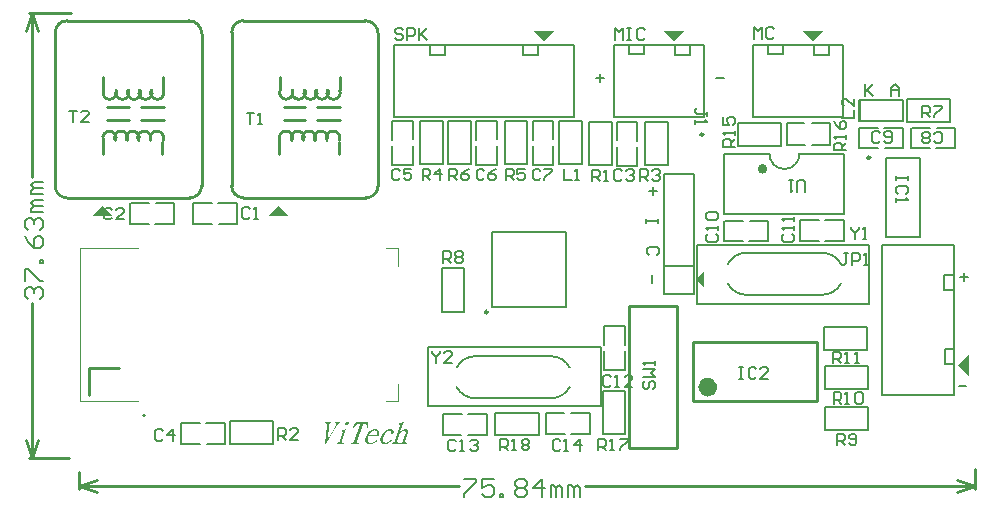
<source format=gto>
G04 Layer_Color=65535*
%FSTAX24Y24*%
%MOIN*%
G70*
G01*
G75*
%ADD11C,0.0150*%
%ADD41C,0.0100*%
%ADD42C,0.0079*%
%ADD43C,0.0050*%
%ADD44C,0.0070*%
%ADD45C,0.0394*%
%ADD46C,0.0098*%
%ADD47C,0.0039*%
%ADD48C,0.0059*%
%ADD49C,0.0060*%
%ADD50R,0.0100X0.0700*%
G36*
X036205Y031795D02*
X03622Y031792D01*
X036234Y031788D01*
X036245Y031784D01*
X036255Y03178D01*
X036262Y031777D01*
X036267Y031774D01*
X036269Y031773D01*
X036281Y031764D01*
X03629Y031754D01*
X036297Y031745D01*
X036302Y031738D01*
X036306Y031731D01*
X036308Y031725D01*
X036309Y031721D01*
Y03172D01*
X03631Y031709D01*
X036308Y031699D01*
X036306Y03169D01*
X036303Y031682D01*
X0363Y031675D01*
X036297Y03167D01*
X036295Y031667D01*
X036294Y031666D01*
X036285Y031658D01*
X036277Y031651D01*
X036268Y031646D01*
X036259Y031643D01*
X036251Y031641D01*
X036245Y031639D01*
X036241D01*
X036233Y03164D01*
X036226Y031641D01*
X03622Y031644D01*
X036216Y031647D01*
X036213Y031649D01*
X036211Y031652D01*
X036209Y031653D01*
Y031654D01*
X036207Y031657D01*
X036206Y03166D01*
X036204Y031668D01*
Y031672D01*
X036203Y031675D01*
Y031677D01*
Y031678D01*
X036202Y031697D01*
X0362Y031707D01*
X036197Y031716D01*
X036194Y031724D01*
X036191Y03173D01*
X036188Y031734D01*
X036186Y031738D01*
X036185Y031739D01*
X036184Y031739D01*
X03618Y031743D01*
X036174Y031746D01*
X036163Y03175D01*
X036158D01*
X036153Y031751D01*
X036149D01*
X03614Y03175D01*
X036132Y031749D01*
X036115Y031743D01*
X036098Y031736D01*
X036083Y031727D01*
X036071Y031717D01*
X036061Y031709D01*
X036057Y031706D01*
X036054Y031703D01*
X036053Y031702D01*
X036052Y031701D01*
X036031Y031677D01*
X036011Y031651D01*
X035996Y031625D01*
X035982Y0316D01*
X035976Y031589D01*
X035971Y031578D01*
X035967Y031569D01*
X035963Y031561D01*
X035961Y031554D01*
X035959Y031549D01*
X035958Y031546D01*
Y031545D01*
X035953Y031529D01*
X035948Y031513D01*
X035945Y031498D01*
X035942Y031485D01*
X03594Y031472D01*
X035938Y03146D01*
X035937Y03145D01*
X035936Y03144D01*
Y031431D01*
Y031423D01*
Y031417D01*
X035937Y031413D01*
Y031408D01*
X035938Y031405D01*
Y031404D01*
Y031403D01*
X035944Y031392D01*
X035951Y031383D01*
X035958Y031375D01*
X035965Y031369D01*
X035973Y031364D01*
X035981Y031359D01*
X035996Y031352D01*
X03601Y031347D01*
X036021Y031345D01*
X036026Y031344D01*
X036032D01*
X036043Y031345D01*
X036055Y031347D01*
X036067Y03135D01*
X036078Y031354D01*
X036086Y031357D01*
X036094Y03136D01*
X036098Y031362D01*
X0361Y031363D01*
X036117Y031372D01*
X036135Y031383D01*
X036153Y031395D01*
X036169Y031408D01*
X036184Y031419D01*
X036191Y031424D01*
X036196Y031428D01*
X036201Y031432D01*
X036203Y031435D01*
X036205Y031436D01*
X036206Y031437D01*
X036231Y031422D01*
X036207Y031399D01*
X036184Y031378D01*
X036163Y031362D01*
X036143Y031348D01*
X036126Y031336D01*
X03612Y031332D01*
X036114Y031329D01*
X036109Y031327D01*
X036105Y031325D01*
X036103Y031323D01*
X036102D01*
X036083Y03131D01*
X036064Y0313D01*
X036045Y031294D01*
X036029Y03129D01*
X036014Y031287D01*
X036008Y031286D01*
X036002D01*
X035999Y031285D01*
X035993D01*
X035977Y031286D01*
X035963Y031288D01*
X035951Y031292D01*
X035938Y031296D01*
X035927Y031301D01*
X035918Y031307D01*
X035908Y031314D01*
X0359Y031321D01*
X035893Y031328D01*
X035887Y031334D01*
X035878Y031345D01*
X035875Y03135D01*
X035873Y031354D01*
X035871Y031356D01*
Y031357D01*
X035865Y031371D01*
X03586Y031384D01*
X035856Y031399D01*
X035854Y031414D01*
X035853Y031428D01*
X035852Y031442D01*
X035854Y031468D01*
X035855Y03148D01*
X035857Y031492D01*
X035859Y031501D01*
X035861Y031509D01*
X035863Y031516D01*
X035865Y031522D01*
X035866Y031525D01*
Y031526D01*
X035874Y031547D01*
X035882Y031567D01*
X035893Y031586D01*
X035903Y031604D01*
X035915Y031621D01*
X035925Y031636D01*
X035936Y031651D01*
X035948Y031663D01*
X035958Y031675D01*
X035967Y031685D01*
X035976Y031694D01*
X035984Y031701D01*
X035991Y031706D01*
X035996Y031711D01*
X035999Y031713D01*
X036Y031714D01*
X036018Y031729D01*
X036037Y031741D01*
X036054Y031752D01*
X036072Y031762D01*
X036087Y03177D01*
X036104Y031777D01*
X036119Y031781D01*
X036132Y031786D01*
X036145Y031789D01*
X036156Y031792D01*
X036165Y031793D01*
X036174Y031795D01*
X036181D01*
X036186Y031796D01*
X03619D01*
X036205Y031795D01*
D02*
G37*
G36*
X035442Y031842D02*
X035406Y031831D01*
X035403Y031842D01*
X035401Y031855D01*
X035399Y031867D01*
X035398Y031878D01*
X035396Y031888D01*
X035395Y031897D01*
X035393Y031904D01*
X035391Y031917D01*
X03539Y031926D01*
X035388Y031932D01*
X035387Y031936D01*
Y031937D01*
X035383Y031944D01*
X035378Y031951D01*
X035369Y031963D01*
X03536Y031971D01*
X035351Y031976D01*
X035345Y03198D01*
X035339Y031981D01*
X035334Y031982D01*
X035321D01*
X03531Y031981D01*
X035303Y031979D01*
X035296Y031978D01*
X035291Y031976D01*
X035287Y031974D01*
X035285Y031973D01*
X035284D01*
X035278Y031968D01*
X035273Y031962D01*
X035265Y031949D01*
X035262Y031943D01*
X03526Y03194D01*
X035258Y031936D01*
Y031935D01*
X035072Y031388D01*
X035069Y031378D01*
Y031371D01*
X03507Y031364D01*
X035072Y031359D01*
X035074Y031355D01*
X035077Y031352D01*
X035078Y031351D01*
X035079Y03135D01*
X035082Y031349D01*
X035086Y031348D01*
X035096Y031347D01*
X035108Y031345D01*
X035121D01*
X035134Y031344D01*
X035155D01*
X03514Y031299D01*
X034866D01*
X034882Y031344D01*
X034902D01*
X034918Y031345D01*
X034931Y031346D01*
X034941Y031347D01*
X034947Y031348D01*
X034952Y031349D01*
X034954Y03135D01*
X034955D01*
X034964Y031355D01*
X034972Y031361D01*
X034978Y031367D01*
X034983Y031373D01*
X034985Y031379D01*
X034988Y031383D01*
X03499Y031387D01*
Y031388D01*
X035176Y031935D01*
X035179Y031943D01*
X03518Y031951D01*
Y031957D01*
Y031963D01*
X035179Y031967D01*
X035178Y03197D01*
X035177Y031971D01*
Y031972D01*
X035174Y031975D01*
X035171Y031978D01*
X035162Y031981D01*
X035158Y031982D01*
X035152D01*
X035139Y03198D01*
X035124Y031976D01*
X03511Y03197D01*
X035098Y031964D01*
X035087Y031957D01*
X035078Y031951D01*
X035072Y031947D01*
X035071Y031945D01*
X03507D01*
X035058Y031935D01*
X035042Y031922D01*
X035027Y031907D01*
X035013Y031893D01*
X034999Y03188D01*
X034988Y031868D01*
X034984Y031864D01*
X034982Y031861D01*
X03498Y03186D01*
X034979Y031859D01*
X034957Y031836D01*
X034933Y031849D01*
X035042Y032025D01*
X035454D01*
X035442Y031842D01*
D02*
G37*
G36*
X034768Y032042D02*
X034776Y03204D01*
X034782Y032038D01*
X034787Y032035D01*
X034791Y032031D01*
X034794Y032029D01*
X034796Y032027D01*
Y032026D01*
X0348Y03202D01*
X034802Y032012D01*
X034803Y032005D01*
Y031998D01*
X034802Y031992D01*
X034801Y031987D01*
X0348Y031984D01*
Y031983D01*
X034796Y031975D01*
X034792Y031967D01*
X034786Y03196D01*
X034781Y031954D01*
X034776Y031948D01*
X034772Y031944D01*
X034769Y031943D01*
X034768Y031942D01*
X03476Y031937D01*
X034751Y031933D01*
X034743Y03193D01*
X034736Y031928D01*
X034729Y031927D01*
X034723Y031926D01*
X034718D01*
X034707Y031927D01*
X034699Y031929D01*
X034692Y031933D01*
X034686Y031937D01*
X034681Y031941D01*
X034678Y031944D01*
X034677Y031946D01*
X034676Y031947D01*
X034674Y031952D01*
X034673Y031958D01*
Y03197D01*
X034674Y031976D01*
X034675Y03198D01*
X034676Y031983D01*
Y031983D01*
X03468Y031992D01*
X034684Y032D01*
X034688Y032006D01*
X034692Y032011D01*
X034696Y032016D01*
X034699Y032019D01*
X0347Y03202D01*
X034701Y032021D01*
X034711Y032028D01*
X034721Y032033D01*
X034731Y032037D01*
X034739Y03204D01*
X034747Y032042D01*
X034753Y032043D01*
X034758D01*
X034768Y032042D01*
D02*
G37*
G36*
X034503Y031983D02*
X034491D01*
X034479Y031982D01*
X03447Y031981D01*
X034463Y031979D01*
X034458Y031977D01*
X034455Y031975D01*
X034453Y031974D01*
X034452Y031973D01*
X034446Y031968D01*
X034439Y03196D01*
X034432Y031951D01*
X034426Y031943D01*
X03442Y031935D01*
X034415Y031928D01*
X034413Y031923D01*
X034412Y031921D01*
X034039Y031285D01*
X034007D01*
X034061Y031947D01*
X03406Y031952D01*
X034059Y031957D01*
X034054Y031966D01*
X03405Y031972D01*
X034049Y031973D01*
X034048Y031974D01*
X034045Y031977D01*
X034038Y03198D01*
X03403Y031982D01*
X034021Y031983D01*
X034013Y031983D01*
X034D01*
X034014Y032027D01*
X034224D01*
X034209Y031983D01*
X034194D01*
X034182Y031983D01*
X034173Y031982D01*
X034166Y031981D01*
X034161Y031979D01*
X034158Y031978D01*
X034156Y031977D01*
X034155D01*
X034151Y031974D01*
X034148Y031971D01*
X034145Y031961D01*
X034144Y031957D01*
X034143Y031953D01*
Y03195D01*
Y031949D01*
X034094Y031444D01*
X03437Y031931D01*
X034375Y031942D01*
X034379Y03195D01*
X034381Y031957D01*
X034383Y031963D01*
Y031967D01*
Y03197D01*
X034382Y031972D01*
X03438Y031974D01*
X034378Y031976D01*
X034371Y031979D01*
X034362Y031981D01*
X034351Y031983D01*
X034341D01*
X034332Y031983D01*
X034325D01*
X034339Y032027D01*
X034518D01*
X034503Y031983D01*
D02*
G37*
G36*
X035688Y031795D02*
X035703Y031793D01*
X035716Y03179D01*
X035728Y031787D01*
X035739Y031782D01*
X035749Y031778D01*
X035757Y031773D01*
X035764Y031767D01*
X035771Y031761D01*
X035776Y031756D01*
X035784Y031746D01*
X035787Y031743D01*
X035789Y03174D01*
X03579Y031739D01*
Y031738D01*
X035797Y031725D01*
X035802Y031711D01*
X035806Y031697D01*
X035809Y031682D01*
X03581Y031666D01*
X035811Y031652D01*
X035809Y031623D01*
X035807Y03161D01*
X035805Y031597D01*
X035803Y031586D01*
X0358Y031576D01*
X035798Y031569D01*
X035797Y031563D01*
X035796Y031559D01*
Y031558D01*
X035457D01*
X035451Y031537D01*
X035446Y031519D01*
X035442Y0315D01*
X035439Y031484D01*
X035438Y031468D01*
Y031454D01*
Y031441D01*
X035439Y031429D01*
X03544Y031418D01*
X035442Y03141D01*
X035444Y031402D01*
X035446Y031395D01*
X035447Y03139D01*
X035449Y031386D01*
X03545Y031384D01*
Y031383D01*
X035455Y031375D01*
X03546Y031369D01*
X035472Y031358D01*
X035487Y03135D01*
X035501Y031345D01*
X035514Y031341D01*
X035525Y03134D01*
X035529Y031339D01*
X035535D01*
X035552Y03134D01*
X035568Y031343D01*
X035583Y031346D01*
X035596Y031351D01*
X035608Y031355D01*
X035618Y031358D01*
X035624Y031361D01*
X035625Y031362D01*
X035626D01*
X035644Y031372D01*
X035664Y031383D01*
X035682Y031395D01*
X035699Y031407D01*
X035713Y031417D01*
X035719Y031422D01*
X035724Y031426D01*
X035728Y031429D01*
X035731Y031432D01*
X035733Y031433D01*
X035734Y031434D01*
X035753Y031413D01*
X035729Y031391D01*
X035707Y031372D01*
X035684Y031356D01*
X035664Y031342D01*
X035647Y031332D01*
X035639Y031328D01*
X035634Y031325D01*
X035629Y031322D01*
X035625Y031321D01*
X035623Y031319D01*
X035622D01*
X035602Y031307D01*
X035582Y031299D01*
X035562Y031293D01*
X035543Y031289D01*
X035527Y031287D01*
X035519Y031286D01*
X035513D01*
X035509Y031285D01*
X035502D01*
X035484Y031286D01*
X035469Y031288D01*
X035454Y031292D01*
X03544Y031295D01*
X035428Y031301D01*
X035417Y031307D01*
X035407Y031313D01*
X035398Y03132D01*
X035391Y031327D01*
X035385Y031332D01*
X03538Y031338D01*
X035376Y031344D01*
X035372Y031348D01*
X03537Y031352D01*
X035368Y031354D01*
Y031355D01*
X035361Y03137D01*
X035356Y031384D01*
X035353Y0314D01*
X035351Y031415D01*
X03535Y031431D01*
Y031446D01*
X035352Y031476D01*
X035354Y03149D01*
X035357Y031501D01*
X035359Y031513D01*
X035361Y031523D01*
X035364Y031531D01*
X035365Y031536D01*
X035367Y03154D01*
Y031541D01*
X035375Y031561D01*
X035383Y03158D01*
X035392Y031598D01*
X035402Y031615D01*
X035412Y03163D01*
X035422Y031646D01*
X035432Y031659D01*
X035442Y031671D01*
X035451Y031683D01*
X035461Y031693D01*
X035469Y031701D01*
X035475Y031708D01*
X035481Y031713D01*
X035485Y031718D01*
X035488Y03172D01*
X035489Y031721D01*
X035506Y031735D01*
X035522Y031745D01*
X035539Y031756D01*
X035554Y031765D01*
X03557Y031772D01*
X035586Y031778D01*
X035599Y031782D01*
X035613Y031786D01*
X035626Y03179D01*
X035637Y031792D01*
X035647Y031794D01*
X035655Y031795D01*
X035662Y031796D01*
X035672D01*
X035688Y031795D01*
D02*
G37*
G36*
X034573Y031383D02*
Y031382D01*
X034572Y031379D01*
X034571Y031375D01*
X03457Y031371D01*
X034569Y031361D01*
X03457Y031356D01*
X034572Y031353D01*
X034574Y031352D01*
X034576Y031351D01*
X034581Y03135D01*
X034588Y031348D01*
X034598Y031347D01*
X03461Y031346D01*
X034625D01*
X034611Y031301D01*
X0344D01*
X034415Y031346D01*
X034429D01*
X034438Y031347D01*
X034448Y031348D01*
X034456Y031349D01*
X034465Y031351D01*
X034471Y031353D01*
X034472D01*
X034474Y031355D01*
X034476Y031357D01*
X03448Y03136D01*
X034483Y031364D01*
X034487Y031369D01*
X034491Y031375D01*
X034494Y031383D01*
X034595Y031683D01*
Y031684D01*
X034596Y031686D01*
X034597Y031692D01*
X034598Y031699D01*
X034597Y031703D01*
X034595Y031706D01*
X034594Y031707D01*
X034593Y031708D01*
X034589Y03171D01*
X034584Y031712D01*
X034577Y031714D01*
X034569Y031715D01*
X034557Y031717D01*
X034542D01*
X034548Y031747D01*
X034713Y031796D01*
X034573Y031383D01*
D02*
G37*
G36*
X036521Y031723D02*
X03654Y031735D01*
X036557Y031745D01*
X036571Y031753D01*
X036582Y03176D01*
X036591Y031764D01*
X036596Y031767D01*
X036598Y031768D01*
X036617Y031778D01*
X036637Y031784D01*
X036653Y031789D01*
X036668Y031792D01*
X036681Y031795D01*
X03669Y031796D01*
X036697D01*
X036716Y031795D01*
X036732Y031791D01*
X036745Y031786D01*
X036756Y03178D01*
X036763Y031774D01*
X036769Y031769D01*
X036772Y031765D01*
X036772Y031764D01*
X036776Y031757D01*
X036779Y031749D01*
X036782Y031733D01*
X036783Y031716D01*
X036782Y031699D01*
X036779Y031684D01*
X036778Y031677D01*
X036776Y031672D01*
X036775Y031667D01*
X036774Y031663D01*
X036773Y031661D01*
Y03166D01*
X03668Y031387D01*
X036678Y031379D01*
Y031373D01*
Y031368D01*
X036679Y031363D01*
X03668Y031359D01*
X036682Y031356D01*
X036683Y031355D01*
Y031354D01*
X036688Y031351D01*
X036694Y031349D01*
X036702Y031348D01*
X03671Y031347D01*
X036719Y031346D01*
X036732D01*
X036717Y031301D01*
X036506D01*
X036522Y031346D01*
X036536D01*
X036549Y031347D01*
X036558Y031349D01*
X036566Y03135D01*
X036571Y031352D01*
X036574Y031353D01*
X036576Y031354D01*
X036577D01*
X036583Y031359D01*
X036588Y031364D01*
X036595Y031374D01*
X036598Y031379D01*
X0366Y031383D01*
X036601Y031386D01*
Y031387D01*
X036689Y031644D01*
X036693Y031658D01*
X036695Y031672D01*
X036697Y031683D01*
Y031692D01*
Y031698D01*
X036696Y031702D01*
X036695Y031705D01*
Y031706D01*
X036691Y031714D01*
X036684Y03172D01*
X036676Y031724D01*
X036668Y031727D01*
X03666Y031729D01*
X036654Y03173D01*
X036649D01*
X036636Y031729D01*
X036623Y031727D01*
X03661Y031724D01*
X036599Y031721D01*
X03659Y031717D01*
X036582Y031714D01*
X036577Y031712D01*
X036575Y031711D01*
X036562Y031704D01*
X036549Y031697D01*
X036536Y031689D01*
X036526Y031681D01*
X036516Y031674D01*
X036508Y031668D01*
X036503Y031664D01*
X036501Y031663D01*
X036407Y031387D01*
X036405Y031379D01*
X036404Y031373D01*
Y031367D01*
Y031363D01*
X036405Y03136D01*
X036406Y031358D01*
X036407Y031356D01*
X036411Y031353D01*
X036419Y03135D01*
X036427Y031348D01*
X036436Y031347D01*
X036445D01*
X036451Y031346D01*
X036458D01*
X036444Y031301D01*
X036233D01*
X036248Y031346D01*
X036263D01*
X036275Y031347D01*
X036284Y031349D01*
X036292Y031351D01*
X036298Y031352D01*
X036302Y031354D01*
X036304Y031355D01*
X036305D01*
X03631Y031359D01*
X036315Y031364D01*
X036322Y031374D01*
X036325Y031379D01*
X036326Y031383D01*
X036327Y031386D01*
Y031387D01*
X036505Y031908D01*
X036508Y031917D01*
X036509Y031924D01*
X03651Y03193D01*
X036509Y031935D01*
Y031938D01*
X036508Y03194D01*
X036507Y031942D01*
X036503Y031944D01*
X036496Y031946D01*
X036489Y031948D01*
X036482Y031949D01*
X036474Y03195D01*
X036461D01*
X036466Y031982D01*
X036627Y032034D01*
X036521Y031723D01*
D02*
G37*
G36*
X032473Y039243D02*
X032823Y038893D01*
X032113D01*
X032473Y039253D01*
Y039243D01*
D02*
G37*
G36*
X041306Y04472D02*
Y04473D01*
X040956Y04508D01*
X041666D01*
X041306Y04472D01*
D02*
G37*
G36*
X045648D02*
Y04473D01*
X045298Y04508D01*
X046008D01*
X045648Y04472D01*
D02*
G37*
G36*
X050283D02*
Y04473D01*
X049933Y04508D01*
X050643D01*
X050283Y04472D01*
D02*
G37*
G36*
X055463Y033578D02*
X055103Y033938D01*
X055113D01*
X055463Y034288D01*
Y033578D01*
D02*
G37*
G36*
X046634Y036545D02*
X046384Y036795D01*
X046634Y037045D01*
Y036545D01*
D02*
G37*
G36*
X026593Y039239D02*
X026943Y038889D01*
X026233D01*
X026593Y039249D01*
Y039239D01*
D02*
G37*
%LPC*%
G36*
X035661Y031752D02*
X035647D01*
X035638Y03175D01*
X03562Y031745D01*
X035603Y031738D01*
X035588Y03173D01*
X035574Y031721D01*
X035563Y031713D01*
X035559Y03171D01*
X035556Y031708D01*
X035554Y031707D01*
X035553Y031706D01*
X035533Y031688D01*
X035516Y03167D01*
X035502Y031654D01*
X035491Y031638D01*
X035482Y031624D01*
X035477Y031614D01*
X035475Y03161D01*
X035473Y031607D01*
X035472Y031606D01*
Y031605D01*
X035726D01*
X035732Y031629D01*
X035736Y03165D01*
X035738Y031668D01*
Y031683D01*
X035737Y031695D01*
X035736Y031703D01*
X035735Y031708D01*
X035734Y03171D01*
X035729Y031718D01*
X035723Y031724D01*
X035711Y031735D01*
X035698Y031742D01*
X035685Y031747D01*
X035674Y03175D01*
X035665Y031751D01*
X035661Y031752D01*
D02*
G37*
%LPD*%
D11*
X048671Y040467D02*
G03*
X048671Y040467I-00008J0D01*
G01*
D41*
X035777Y044979D02*
G03*
X035344Y045412I-000433J0D01*
G01*
X035383Y039506D02*
G03*
X035777Y0399I0J000394D01*
G01*
X030895D02*
G03*
X031289Y039506I000394J0D01*
G01*
Y045412D02*
G03*
X030895Y045018I0J-000394D01*
G01*
X032929Y043094D02*
G03*
X033342Y043087I000205J-000085D01*
G01*
X033319Y043094D02*
G03*
X033732Y043087I000205J-000085D01*
G01*
X032509Y043094D02*
G03*
X032922Y043087I000205J-000085D01*
G01*
X033699Y043094D02*
G03*
X034112Y043087I000205J-000085D01*
G01*
X034089Y043094D02*
G03*
X034502Y043087I000205J-000085D01*
G01*
X032909Y041424D02*
G03*
X032496Y041432I-000205J000085D01*
G01*
X033299Y041424D02*
G03*
X032886Y041432I-000205J000085D01*
G01*
X034489Y041424D02*
G03*
X034076Y041432I-000205J000085D01*
G01*
X033679Y041424D02*
G03*
X033266Y041432I-000205J000085D01*
G01*
X034069Y041424D02*
G03*
X033656Y041432I-000205J000085D01*
G01*
X029897Y044975D02*
G03*
X029464Y045408I-000433J0D01*
G01*
X029503Y039502D02*
G03*
X029897Y039896I0J000394D01*
G01*
X025015D02*
G03*
X025409Y039502I000394J0D01*
G01*
Y045408D02*
G03*
X025015Y045014I0J-000394D01*
G01*
X027049Y043091D02*
G03*
X027462Y043083I000205J-000085D01*
G01*
X027439Y043091D02*
G03*
X027852Y043083I000205J-000085D01*
G01*
X026629Y043091D02*
G03*
X027042Y043083I000205J-000085D01*
G01*
X027819Y043091D02*
G03*
X028232Y043083I000205J-000085D01*
G01*
X028209Y043091D02*
G03*
X028622Y043083I000205J-000085D01*
G01*
X027029Y041421D02*
G03*
X026616Y041428I-000205J000085D01*
G01*
X027419Y041421D02*
G03*
X027006Y041428I-000205J000085D01*
G01*
X028609Y041421D02*
G03*
X028196Y041428I-000205J000085D01*
G01*
X027799Y041421D02*
G03*
X027386Y041428I-000205J000085D01*
G01*
X028189Y041421D02*
G03*
X027776Y041428I-000205J000085D01*
G01*
X024137Y045658D02*
X02553D01*
X024137Y030844D02*
X025477D01*
X024237Y0402D02*
Y045658D01*
Y030844D02*
Y035982D01*
X024037Y045058D02*
X024237Y045658D01*
X024437Y045058D01*
X024237Y030844D02*
X024437Y031444D01*
X024037D02*
X024237Y030844D01*
X055664Y029793D02*
Y030462D01*
X025806Y029793D02*
Y030351D01*
X042684Y029893D02*
X055664D01*
X025806D02*
X038465D01*
X055064Y030093D02*
X055664Y029893D01*
X055064Y029693D02*
X055664Y029893D01*
X025806D02*
X026406Y029693D01*
X025806Y029893D02*
X026406Y030093D01*
X034832Y045412D02*
X035344D01*
X035777Y0399D02*
Y044979D01*
X034714Y039506D02*
X035383D01*
X030895Y0399D02*
Y040294D01*
X031289Y039506D02*
X034714D01*
X035777Y0399D02*
Y043793D01*
X031289Y045412D02*
X034832D01*
X030895Y040294D02*
Y045018D01*
X032634Y042089D02*
X033354D01*
X033754D02*
X034524D01*
X033754Y042539D02*
X034524D01*
X032634D02*
X033354D01*
X032504Y043099D02*
Y043539D01*
X032489Y040969D02*
Y041444D01*
X034464Y040979D02*
Y041379D01*
X034494Y043099D02*
Y043539D01*
X028952Y045408D02*
X029464D01*
X029897Y039896D02*
Y044975D01*
X028834Y039502D02*
X029503D01*
X025015Y039896D02*
Y04029D01*
X025409Y039502D02*
X028834D01*
X029897Y039896D02*
Y043789D01*
X025409Y045408D02*
X028952D01*
X025015Y04029D02*
Y045014D01*
X026754Y042086D02*
X027474D01*
X027874D02*
X028644D01*
X027874Y042536D02*
X028644D01*
X026754D02*
X027474D01*
X026624Y043096D02*
Y043536D01*
X026609Y040966D02*
Y041441D01*
X028584Y040976D02*
Y041376D01*
X028614Y043096D02*
Y043536D01*
X026156Y033827D02*
X027156D01*
X026156Y032927D02*
Y033827D01*
X045735Y031176D02*
Y0359D01*
X044138Y031176D02*
X045735D01*
X044138D02*
Y0359D01*
X045735D01*
X046267Y032715D02*
Y034684D01*
Y032715D02*
X050401D01*
Y034684D01*
X046267D02*
X050401D01*
D42*
X028019Y032244D02*
G03*
X02794Y032244I-000039J0D01*
G01*
D02*
G03*
X028019Y032244I000039J0D01*
G01*
X052723Y038207D02*
Y040845D01*
X053826Y038207D02*
Y040845D01*
X052723D02*
X053826D01*
X052723Y038207D02*
X053826D01*
X039566Y035871D02*
X042046D01*
Y038351D01*
X039566D02*
X042046D01*
X039566Y035871D02*
Y038351D01*
D43*
X042165Y033847D02*
G03*
X041545Y034223I-00062J-000325D01*
G01*
Y032823D02*
G03*
X042165Y033198I0J0007D01*
G01*
X039015Y034223D02*
G03*
X038395Y033847I0J-0007D01*
G01*
Y033198D02*
G03*
X039015Y032823I00062J000325D01*
G01*
X047435Y036646D02*
G03*
X048055Y036271I00062J000325D01*
G01*
Y037671D02*
G03*
X047435Y037296I0J-0007D01*
G01*
X050585Y036271D02*
G03*
X051205Y036646I0J0007D01*
G01*
Y037296D02*
G03*
X050585Y037671I-00062J-000325D01*
G01*
X038995Y032819D02*
X041549D01*
X038995Y034223D02*
X041545D01*
X037445Y034533D02*
X037445Y032563D01*
X043195D01*
X043195Y034533D01*
X037445D02*
X043195D01*
X048051Y037674D02*
X050605D01*
X048055Y036271D02*
X050605D01*
X052155Y037931D02*
X052155Y035961D01*
X046405Y037931D02*
X052155D01*
X046405Y035961D02*
X046405Y037931D01*
X046405Y035961D02*
X052155D01*
X040536Y031583D02*
X041126D01*
X040536Y032343D02*
X041126D01*
Y031583D02*
Y032343D01*
X039686D02*
X040634D01*
X039686Y031583D02*
Y032343D01*
Y031583D02*
X040548D01*
X048627Y041229D02*
X049217D01*
X048627Y041989D02*
X049217D01*
Y041229D02*
Y041989D01*
X047777D02*
X048726D01*
X047777Y041229D02*
Y041989D01*
Y041229D02*
X048639D01*
X044024Y032485D02*
Y033075D01*
X043264Y032485D02*
Y033075D01*
X044024D01*
X043264Y031635D02*
Y032584D01*
Y031635D02*
X044024D01*
Y032497D01*
X051491Y034439D02*
X052081D01*
X051491Y035199D02*
X052081D01*
Y034439D02*
Y035199D01*
X050641D02*
X051589D01*
X050641Y034439D02*
Y035199D01*
Y034439D02*
X051502D01*
X051509Y033143D02*
X052099D01*
X051509Y033903D02*
X052099D01*
Y033143D02*
Y033903D01*
X050659D02*
X051608D01*
X050659Y033143D02*
Y033903D01*
Y033143D02*
X051521D01*
X050674Y032526D02*
X051264D01*
X050674Y031766D02*
X051264D01*
X050674D02*
Y032526D01*
X051166Y031766D02*
X052114D01*
Y032526D01*
X051253D02*
X052114D01*
X037891Y036291D02*
Y037153D01*
X038651D01*
Y036204D02*
Y037153D01*
X037891Y035713D02*
X038651D01*
Y036303D01*
X037891Y035713D02*
Y036303D01*
X054241Y042032D02*
X054831D01*
X054241Y042792D02*
X054831D01*
Y042032D02*
Y042792D01*
X053391D02*
X054339D01*
X053391Y042032D02*
Y042792D01*
Y042032D02*
X054252D01*
X038119Y041206D02*
Y042068D01*
X038879D01*
Y04112D02*
Y042068D01*
X038119Y040628D02*
X038879D01*
Y041218D01*
X038119Y040628D02*
Y041218D01*
X040754Y040628D02*
Y04149D01*
X039994Y040628D02*
X040754D01*
X039994D02*
Y041576D01*
Y042068D02*
X040754D01*
X039994Y041478D02*
Y042068D01*
X040754Y041478D02*
Y042068D01*
X037182Y041206D02*
Y042068D01*
X037942D01*
Y04112D02*
Y042068D01*
X037182Y040628D02*
X037942D01*
Y041218D01*
X037182Y040628D02*
Y041218D01*
X044672Y040595D02*
Y041185D01*
X045432Y040595D02*
Y041185D01*
X044672Y040595D02*
X045432D01*
Y041087D02*
Y042035D01*
X044672D02*
X045432D01*
X044672Y041174D02*
Y042035D01*
X030831Y032072D02*
X031421D01*
X030831Y031312D02*
X031421D01*
X030831D02*
Y032072D01*
X031323Y031312D02*
X032271D01*
Y032072D01*
X03141D02*
X032271D01*
X043558Y041445D02*
Y042035D01*
X042798Y041445D02*
Y042035D01*
X043558D01*
X042798Y040595D02*
Y041544D01*
Y040595D02*
X043558D01*
Y041457D01*
X051798Y042052D02*
X05326D01*
Y042752D01*
X051798D02*
X05326D01*
X051798Y042052D02*
Y042752D01*
X042582Y040628D02*
Y04149D01*
X041822Y040628D02*
X042582D01*
X041822D02*
Y041576D01*
Y042068D02*
X042582D01*
X041822Y041478D02*
Y042068D01*
X042582Y041478D02*
Y042068D01*
X042833Y031642D02*
Y032322D01*
X042213D02*
X042833D01*
X041373D02*
X041983D01*
X041365Y031642D02*
Y032322D01*
X041373Y031642D02*
X041993D01*
X042203D02*
X042833D01*
X037935Y031604D02*
Y032284D01*
Y031604D02*
X038555D01*
X038785D02*
X039395D01*
X039402D02*
Y032284D01*
X038775D02*
X039395D01*
X037935D02*
X038565D01*
X043316Y035234D02*
X043997D01*
X043316Y034614D02*
Y035234D01*
Y033774D02*
Y034384D01*
Y033767D02*
X043997D01*
Y033774D02*
Y034394D01*
Y034604D02*
Y035234D01*
X049838Y038077D02*
Y038757D01*
Y038077D02*
X050458D01*
X050688D02*
X051298D01*
X051306D02*
Y038757D01*
X050678D02*
X051298D01*
X049838D02*
X050468D01*
X048785Y038053D02*
Y038733D01*
X048165D02*
X048785D01*
X047325D02*
X047935D01*
X047318Y038053D02*
Y038733D01*
X047325Y038053D02*
X047945D01*
X048155D02*
X048785D01*
X051809Y041157D02*
Y041837D01*
Y041157D02*
X052429D01*
X052659D02*
X053269D01*
X053276D02*
Y041837D01*
X052649D02*
X053269D01*
X051809D02*
X052439D01*
X055018Y041166D02*
Y041846D01*
X054398D02*
X055018D01*
X053558D02*
X054168D01*
X05355Y041166D02*
Y041846D01*
X053558Y041166D02*
X054178D01*
X054388D02*
X055018D01*
X040931Y040601D02*
Y041231D01*
Y041441D02*
Y042061D01*
Y042068D02*
X041611D01*
Y041451D02*
Y042061D01*
Y040601D02*
Y041221D01*
X040931Y040601D02*
X041611D01*
X039056D02*
Y041231D01*
Y041441D02*
Y042061D01*
Y042068D02*
X039736D01*
Y041451D02*
Y042061D01*
Y040601D02*
Y041221D01*
X039056Y040601D02*
X039736D01*
X036245D02*
Y041231D01*
Y041441D02*
Y042061D01*
Y042068D02*
X036925D01*
Y041451D02*
Y042061D01*
Y040601D02*
Y041221D01*
X036245Y040601D02*
X036925D01*
X02921Y031302D02*
Y031982D01*
Y031302D02*
X02983D01*
X03006D02*
X03067D01*
X030677D02*
Y031982D01*
X03005D02*
X03067D01*
X02921D02*
X02984D01*
X028986Y038644D02*
Y039324D01*
X028366D02*
X028986D01*
X027526D02*
X028136D01*
X027518Y038644D02*
Y039324D01*
X027526Y038644D02*
X028146D01*
X028356D02*
X028986D01*
X043735Y042035D02*
X044415D01*
X043735Y041415D02*
Y042035D01*
Y040575D02*
Y041185D01*
Y040568D02*
X044415D01*
Y040575D02*
Y041195D01*
Y041405D02*
Y042035D01*
X029614Y038642D02*
Y039322D01*
Y038642D02*
X030234D01*
X030464D02*
X031074D01*
X031081D02*
Y039322D01*
X030454D02*
X031074D01*
X029614D02*
X030244D01*
X049402Y041251D02*
X050002D01*
X049402D02*
Y042011D01*
X049982D01*
X050842Y041251D02*
Y042011D01*
X050252D02*
X050842D01*
X050252Y041251D02*
X050842D01*
D44*
X048822Y04098D02*
G03*
X049821Y040977I0005J-000017D01*
G01*
X045334Y037245D02*
X046324D01*
X045324Y040295D02*
X046324D01*
X045324Y036295D02*
Y040295D01*
Y036295D02*
X046324D01*
Y040295D01*
X051321Y038977D02*
Y040977D01*
X047321Y038977D02*
X051321D01*
X047321D02*
Y040977D01*
X049831D02*
X051321D01*
X047321D02*
X048821D01*
X037511Y044265D02*
Y044565D01*
Y044265D02*
X038011D01*
Y044565D01*
X040601Y044275D02*
Y044575D01*
Y044275D02*
X041101D01*
Y044575D01*
X036311Y042185D02*
X042311D01*
X036311Y043585D02*
Y044585D01*
X042311D01*
Y042185D02*
Y044585D01*
X036311Y042185D02*
Y043585D01*
X048778Y044295D02*
Y044595D01*
Y044295D02*
X049278D01*
Y044595D01*
X050298Y044275D02*
Y044575D01*
Y044275D02*
X050798D01*
Y044575D01*
X048288Y042185D02*
X051288D01*
X048288D02*
Y044585D01*
X051288D01*
Y042185D02*
Y044585D01*
X044143Y044295D02*
Y044595D01*
Y044295D02*
X044643D01*
Y044595D01*
X045663Y044275D02*
Y044575D01*
Y044275D02*
X046163D01*
Y044575D01*
X043653Y042185D02*
X046653D01*
X043653D02*
Y044585D01*
X046653D01*
Y042185D02*
Y044585D01*
X054648Y036933D02*
X054948D01*
X054648Y036433D02*
Y036933D01*
Y036433D02*
X054948D01*
X054668Y034453D02*
X054968D01*
X054668Y033953D02*
Y034453D01*
Y033953D02*
X054968D01*
X052568Y032933D02*
Y037933D01*
X053968D02*
X054968D01*
Y032933D02*
Y037933D01*
X052568Y032933D02*
X054968D01*
X052568Y037933D02*
X053968D01*
D45*
X046886Y033196D02*
G03*
X046886Y033196I-000119J0D01*
G01*
D46*
X052182Y040845D02*
G03*
X052182Y040845I-000049J0D01*
G01*
X039438Y035694D02*
G03*
X039438Y035694I-000049J0D01*
G01*
X046617Y041615D02*
G03*
X046617Y041615I-000049J0D01*
G01*
D47*
X025853Y032716D02*
X027783D01*
X025853D02*
Y037835D01*
X027783D01*
X03605Y032716D02*
X036444D01*
Y033307D01*
Y037244D02*
Y037835D01*
X03605D02*
X036444D01*
D48*
X025483Y042414D02*
X025746D01*
X025614D01*
Y04202D01*
X026139D02*
X025877D01*
X026139Y042283D01*
Y042348D01*
X026074Y042414D01*
X025942D01*
X025877Y042348D01*
X031392Y042342D02*
X031654D01*
X031523D01*
Y041948D01*
X031785D02*
X031916D01*
X031851D01*
Y042342D01*
X031785Y042276D01*
X046736Y042232D02*
Y042363D01*
Y042298D01*
X046408D01*
X046343Y042363D01*
Y042429D01*
X046408Y042494D01*
X046343Y042101D02*
Y04197D01*
Y042035D01*
X046736D01*
X046671Y042101D01*
X037588Y034381D02*
Y034316D01*
X037719Y034184D01*
X03785Y034316D01*
Y034381D01*
X037719Y034184D02*
Y033988D01*
X038244D02*
X037981D01*
X038244Y03425D01*
Y034316D01*
X038178Y034381D01*
X038047D01*
X037981Y034316D01*
X051533Y03854D02*
Y038475D01*
X051664Y038344D01*
X051795Y038475D01*
Y03854D01*
X051664Y038344D02*
Y038147D01*
X051926D02*
X052057D01*
X051992D01*
Y03854D01*
X051926Y038475D01*
X05001Y039689D02*
Y040017D01*
X049945Y040083D01*
X049813D01*
X049748Y040017D01*
Y039689D01*
X049617Y040083D02*
X049486D01*
X049551D01*
Y039689D01*
X049617Y039755D01*
X044675Y033399D02*
X044609Y033334D01*
Y033202D01*
X044675Y033137D01*
X044741D01*
X044806Y033202D01*
Y033334D01*
X044872Y033399D01*
X044937D01*
X045003Y033334D01*
Y033202D01*
X044937Y033137D01*
X044609Y03353D02*
X045003D01*
X044872Y033661D01*
X045003Y033793D01*
X044609D01*
X045003Y033924D02*
Y034055D01*
Y033989D01*
X044609D01*
X044675Y033924D01*
X036605Y045089D02*
X036539Y045155D01*
X036408D01*
X036343Y045089D01*
Y045023D01*
X036408Y044958D01*
X036539D01*
X036605Y044892D01*
Y044827D01*
X036539Y044761D01*
X036408D01*
X036343Y044827D01*
X036736Y044761D02*
Y045155D01*
X036933D01*
X036999Y045089D01*
Y044958D01*
X036933Y044892D01*
X036736D01*
X03713Y045155D02*
Y044761D01*
Y044892D01*
X037392Y045155D01*
X037195Y044958D01*
X037392Y044761D01*
X039838Y031083D02*
Y031476D01*
X040035D01*
X040101Y031411D01*
Y031279D01*
X040035Y031214D01*
X039838D01*
X03997D02*
X040101Y031083D01*
X040232D02*
X040363D01*
X040297D01*
Y031476D01*
X040232Y031411D01*
X04056D02*
X040625Y031476D01*
X040757D01*
X040822Y031411D01*
Y031345D01*
X040757Y031279D01*
X040822Y031214D01*
Y031148D01*
X040757Y031083D01*
X040625D01*
X04056Y031148D01*
Y031214D01*
X040625Y031279D01*
X04056Y031345D01*
Y031411D01*
X040625Y031279D02*
X040757D01*
X047658Y041214D02*
X047264D01*
Y041411D01*
X04733Y041477D01*
X047461D01*
X047526Y041411D01*
Y041214D01*
Y041346D02*
X047658Y041477D01*
Y041608D02*
Y041739D01*
Y041674D01*
X047264D01*
X04733Y041608D01*
X047264Y042198D02*
Y041936D01*
X047461D01*
X047395Y042067D01*
Y042133D01*
X047461Y042198D01*
X047592D01*
X047658Y042133D01*
Y042002D01*
X047592Y041936D01*
X043118Y031082D02*
Y031476D01*
X043315D01*
X04338Y03141D01*
Y031279D01*
X043315Y031213D01*
X043118D01*
X043249D02*
X04338Y031082D01*
X043512D02*
X043643D01*
X043577D01*
Y031476D01*
X043512Y03141D01*
X04384Y031476D02*
X044102D01*
Y03141D01*
X04384Y031148D01*
Y031082D01*
X050947Y033986D02*
Y034379D01*
X051144D01*
X05121Y034314D01*
Y034182D01*
X051144Y034117D01*
X050947D01*
X051078D02*
X05121Y033986D01*
X051341D02*
X051472D01*
X051406D01*
Y034379D01*
X051341Y034314D01*
X051669Y033986D02*
X0518D01*
X051734D01*
Y034379D01*
X051669Y034314D01*
X050962Y032644D02*
Y033038D01*
X051159D01*
X051224Y032972D01*
Y032841D01*
X051159Y032775D01*
X050962D01*
X051093D02*
X051224Y032644D01*
X051356D02*
X051487D01*
X051421D01*
Y033038D01*
X051356Y032972D01*
X051684D02*
X051749Y033038D01*
X05188D01*
X051946Y032972D01*
Y03271D01*
X05188Y032644D01*
X051749D01*
X051684Y03271D01*
Y032972D01*
X051068Y031252D02*
Y031646D01*
X051265D01*
X05133Y03158D01*
Y031449D01*
X051265Y031383D01*
X051068D01*
X051199D02*
X05133Y031252D01*
X051462Y031318D02*
X051527Y031252D01*
X051658D01*
X051724Y031318D01*
Y03158D01*
X051658Y031646D01*
X051527D01*
X051462Y03158D01*
Y031514D01*
X051527Y031449D01*
X051724D01*
X037947Y037342D02*
Y037736D01*
X038144D01*
X03821Y03767D01*
Y037539D01*
X038144Y037474D01*
X037947D01*
X038079D02*
X03821Y037342D01*
X038341Y03767D02*
X038407Y037736D01*
X038538D01*
X038603Y03767D01*
Y037605D01*
X038538Y037539D01*
X038603Y037474D01*
Y037408D01*
X038538Y037342D01*
X038407D01*
X038341Y037408D01*
Y037474D01*
X038407Y037539D01*
X038341Y037605D01*
Y03767D01*
X038407Y037539D02*
X038538D01*
X053915Y042184D02*
Y042577D01*
X054111D01*
X054177Y042512D01*
Y04238D01*
X054111Y042315D01*
X053915D01*
X054046D02*
X054177Y042184D01*
X054308Y042577D02*
X054571D01*
Y042512D01*
X054308Y042249D01*
Y042184D01*
X038157Y040084D02*
Y040478D01*
X038354D01*
X03842Y040412D01*
Y040281D01*
X038354Y040216D01*
X038157D01*
X038289D02*
X03842Y040084D01*
X038813Y040478D02*
X038682Y040412D01*
X038551Y040281D01*
Y04015D01*
X038617Y040084D01*
X038748D01*
X038813Y04015D01*
Y040216D01*
X038748Y040281D01*
X038551D01*
X040029Y040084D02*
Y040478D01*
X040226D01*
X040291Y040412D01*
Y040281D01*
X040226Y040216D01*
X040029D01*
X04016D02*
X040291Y040084D01*
X040685Y040478D02*
X040422D01*
Y040281D01*
X040554Y040347D01*
X040619D01*
X040685Y040281D01*
Y04015D01*
X040619Y040084D01*
X040488D01*
X040422Y04015D01*
X037258Y040084D02*
Y040478D01*
X037454D01*
X03752Y040412D01*
Y040281D01*
X037454Y040216D01*
X037258D01*
X037389D02*
X03752Y040084D01*
X037848D02*
Y040478D01*
X037651Y040281D01*
X037914D01*
X044503Y040062D02*
Y040456D01*
X044699D01*
X044765Y04039D01*
Y040259D01*
X044699Y040193D01*
X044503D01*
X044634D02*
X044765Y040062D01*
X044896Y04039D02*
X044962Y040456D01*
X045093D01*
X045159Y04039D01*
Y040324D01*
X045093Y040259D01*
X045027D01*
X045093D01*
X045159Y040193D01*
Y040128D01*
X045093Y040062D01*
X044962D01*
X044896Y040128D01*
X032442Y031445D02*
Y031838D01*
X032638D01*
X032704Y031773D01*
Y031642D01*
X032638Y031576D01*
X032442D01*
X032573D02*
X032704Y031445D01*
X033098D02*
X032835D01*
X033098Y031707D01*
Y031773D01*
X033032Y031838D01*
X032901D01*
X032835Y031773D01*
X042914Y040052D02*
Y040445D01*
X043111D01*
X043177Y04038D01*
Y040248D01*
X043111Y040183D01*
X042914D01*
X043045D02*
X043177Y040052D01*
X043308D02*
X043439D01*
X043373D01*
Y040445D01*
X043308Y04038D01*
X048324Y044798D02*
Y045192D01*
X048455Y045061D01*
X048586Y045192D01*
Y044798D01*
X048979Y045126D02*
X048914Y045192D01*
X048783D01*
X048717Y045126D01*
Y044864D01*
X048783Y044798D01*
X048914D01*
X048979Y044864D01*
X043686Y044778D02*
Y045172D01*
X043817Y045041D01*
X043949Y045172D01*
Y044778D01*
X04408Y045172D02*
X044211D01*
X044145D01*
Y044778D01*
X04408D01*
X044211D01*
X04467Y045106D02*
X044605Y045172D01*
X044473D01*
X044408Y045106D01*
Y044844D01*
X044473Y044778D01*
X044605D01*
X04467Y044844D01*
X051246Y042158D02*
X05164D01*
Y042421D01*
Y042814D02*
Y042552D01*
X051377Y042814D01*
X051312D01*
X051246Y042749D01*
Y042618D01*
X051312Y042552D01*
X041964Y040478D02*
Y040084D01*
X042226D01*
X042357D02*
X042488D01*
X042423D01*
Y040478D01*
X042357Y040412D01*
X051444Y037667D02*
X051312D01*
X051378D01*
Y037339D01*
X051312Y037273D01*
X051247D01*
X051181Y037339D01*
X051575Y037273D02*
Y037667D01*
X051772D01*
X051837Y037601D01*
Y03747D01*
X051772Y037404D01*
X051575D01*
X051968Y037273D02*
X0521D01*
X052034D01*
Y037667D01*
X051968Y037601D01*
X047799Y033861D02*
X04793D01*
X047864D01*
Y033467D01*
X047799D01*
X04793D01*
X048389Y033795D02*
X048323Y033861D01*
X048192D01*
X048127Y033795D01*
Y033533D01*
X048192Y033467D01*
X048323D01*
X048389Y033533D01*
X048783Y033467D02*
X04852D01*
X048783Y03373D01*
Y033795D01*
X048717Y033861D01*
X048586D01*
X04852Y033795D01*
X05344Y040215D02*
Y040084D01*
Y04015D01*
X053046D01*
Y040215D01*
Y040084D01*
X053374Y039625D02*
X05344Y03969D01*
Y039822D01*
X053374Y039887D01*
X053112D01*
X053046Y039822D01*
Y03969D01*
X053112Y039625D01*
X053046Y039494D02*
Y039363D01*
Y039428D01*
X05344D01*
X053374Y039494D01*
X041856Y031405D02*
X041791Y03147D01*
X04166D01*
X041594Y031405D01*
Y031142D01*
X04166Y031077D01*
X041791D01*
X041856Y031142D01*
X041988Y031077D02*
X042119D01*
X042053D01*
Y03147D01*
X041988Y031405D01*
X042512Y031077D02*
Y03147D01*
X042316Y031274D01*
X042578D01*
X038385Y031381D02*
X038319Y031447D01*
X038188D01*
X038122Y031381D01*
Y031119D01*
X038188Y031053D01*
X038319D01*
X038385Y031119D01*
X038516Y031053D02*
X038647D01*
X038581D01*
Y031447D01*
X038516Y031381D01*
X038844D02*
X038909Y031447D01*
X039041D01*
X039106Y031381D01*
Y031316D01*
X039041Y03125D01*
X038975D01*
X039041D01*
X039106Y031184D01*
Y031119D01*
X039041Y031053D01*
X038909D01*
X038844Y031119D01*
X043535Y03354D02*
X04347Y033606D01*
X043338D01*
X043273Y03354D01*
Y033278D01*
X043338Y033212D01*
X04347D01*
X043535Y033278D01*
X043666Y033212D02*
X043798D01*
X043732D01*
Y033606D01*
X043666Y03354D01*
X044257Y033212D02*
X043994D01*
X044257Y033475D01*
Y03354D01*
X044191Y033606D01*
X04406D01*
X043994Y03354D01*
X049297Y038286D02*
X049231Y038221D01*
Y038089D01*
X049297Y038024D01*
X049559D01*
X049625Y038089D01*
Y038221D01*
X049559Y038286D01*
X049625Y038417D02*
Y038549D01*
Y038483D01*
X049231D01*
X049297Y038417D01*
X049625Y038745D02*
Y038877D01*
Y038811D01*
X049231D01*
X049297Y038745D01*
X046778Y038298D02*
X046713Y038233D01*
Y038102D01*
X046778Y038036D01*
X047041D01*
X047106Y038102D01*
Y038233D01*
X047041Y038298D01*
X047106Y03843D02*
Y038561D01*
Y038495D01*
X046713D01*
X046778Y03843D01*
Y038758D02*
X046713Y038823D01*
Y038954D01*
X046778Y03902D01*
X047041D01*
X047106Y038954D01*
Y038823D01*
X047041Y038758D01*
X046778D01*
X052513Y041655D02*
X052447Y04172D01*
X052316D01*
X05225Y041655D01*
Y041392D01*
X052316Y041327D01*
X052447D01*
X052513Y041392D01*
X052644D02*
X05271Y041327D01*
X052841D01*
X052906Y041392D01*
Y041655D01*
X052841Y04172D01*
X05271D01*
X052644Y041655D01*
Y041589D01*
X05271Y041524D01*
X052906D01*
X054297Y041382D02*
X054362Y041317D01*
X054494D01*
X054559Y041382D01*
Y041645D01*
X054494Y04171D01*
X054362D01*
X054297Y041645D01*
X054166Y041382D02*
X0541Y041317D01*
X053969D01*
X053903Y041382D01*
Y041448D01*
X053969Y041514D01*
X053903Y041579D01*
Y041645D01*
X053969Y04171D01*
X0541D01*
X054166Y041645D01*
Y041579D01*
X0541Y041514D01*
X054166Y041448D01*
Y041382D01*
X0541Y041514D02*
X053969D01*
X04119Y040412D02*
X041125Y040478D01*
X040994D01*
X040928Y040412D01*
Y04015D01*
X040994Y040084D01*
X041125D01*
X04119Y04015D01*
X041322Y040478D02*
X041584D01*
Y040412D01*
X041322Y04015D01*
Y040084D01*
X039323Y040412D02*
X039257Y040478D01*
X039126D01*
X03906Y040412D01*
Y04015D01*
X039126Y040084D01*
X039257D01*
X039323Y04015D01*
X039716Y040478D02*
X039585Y040412D01*
X039454Y040281D01*
Y04015D01*
X039519Y040084D01*
X039651D01*
X039716Y04015D01*
Y040216D01*
X039651Y040281D01*
X039454D01*
X036495Y040412D02*
X036429Y040478D01*
X036298D01*
X036233Y040412D01*
Y04015D01*
X036298Y040084D01*
X036429D01*
X036495Y04015D01*
X036889Y040478D02*
X036626D01*
Y040281D01*
X036757Y040347D01*
X036823D01*
X036889Y040281D01*
Y04015D01*
X036823Y040084D01*
X036692D01*
X036626Y04015D01*
X028618Y031717D02*
X028553Y031783D01*
X028421D01*
X028356Y031717D01*
Y031455D01*
X028421Y031389D01*
X028553D01*
X028618Y031455D01*
X028946Y031389D02*
Y031783D01*
X028749Y031586D01*
X029012D01*
X026902Y039109D02*
X026837Y039175D01*
X026705D01*
X02664Y039109D01*
Y038847D01*
X026705Y038781D01*
X026837D01*
X026902Y038847D01*
X027296Y038781D02*
X027033D01*
X027296Y039043D01*
Y039109D01*
X02723Y039175D01*
X027099D01*
X027033Y039109D01*
X043913Y040384D02*
X043847Y040449D01*
X043716D01*
X043651Y040384D01*
Y040121D01*
X043716Y040056D01*
X043847D01*
X043913Y040121D01*
X044044Y040384D02*
X04411Y040449D01*
X044241D01*
X044307Y040384D01*
Y040318D01*
X044241Y040253D01*
X044175D01*
X044241D01*
X044307Y040187D01*
Y040121D01*
X044241Y040056D01*
X04411D01*
X044044Y040121D01*
X031509Y039118D02*
X031444Y039184D01*
X031313D01*
X031247Y039118D01*
Y038856D01*
X031313Y03879D01*
X031444D01*
X031509Y038856D01*
X031641Y03879D02*
X031772D01*
X031706D01*
Y039184D01*
X031641Y039118D01*
X051379Y041081D02*
X050985D01*
Y041278D01*
X051051Y041343D01*
X051182D01*
X051248Y041278D01*
Y041081D01*
Y041212D02*
X051379Y041343D01*
Y041475D02*
Y041606D01*
Y04154D01*
X050985D01*
X051051Y041475D01*
X050985Y042065D02*
X051051Y041934D01*
X051182Y041803D01*
X051313D01*
X051379Y041868D01*
Y041999D01*
X051313Y042065D01*
X051248D01*
X051182Y041999D01*
Y041803D01*
X055126Y033219D02*
X055389D01*
X052018Y043308D02*
Y042914D01*
Y043046D01*
X05228Y043308D01*
X052083Y043111D01*
X05228Y042914D01*
X052868Y042899D02*
Y043161D01*
X052999Y043292D01*
X053131Y043161D01*
Y042899D01*
Y043095D01*
X052868D01*
X043052Y043505D02*
X043314D01*
X043183Y043636D02*
Y043373D01*
X047034Y043505D02*
X047296D01*
X044951Y039876D02*
Y039614D01*
X045082Y039745D02*
X04482D01*
X04511Y038788D02*
Y038657D01*
Y038723D01*
X044717D01*
Y038788D01*
Y038657D01*
X045063Y037588D02*
X045129Y037653D01*
Y037785D01*
X045063Y03785D01*
X044801D01*
X044736Y037785D01*
Y037653D01*
X044801Y037588D01*
X044907Y036931D02*
Y036668D01*
X055174Y036855D02*
X055436D01*
X055305Y036987D02*
Y036724D01*
D49*
X024098Y036142D02*
X023998Y036242D01*
Y036442D01*
X024098Y036542D01*
X024198D01*
X024297Y036442D01*
Y036342D01*
Y036442D01*
X024397Y036542D01*
X024497D01*
X024597Y036442D01*
Y036242D01*
X024497Y036142D01*
X023998Y036741D02*
Y037141D01*
X024098D01*
X024497Y036741D01*
X024597D01*
Y037341D02*
X024497D01*
Y037441D01*
X024597D01*
Y037341D01*
X023998Y038241D02*
X024098Y038041D01*
X024297Y037841D01*
X024497D01*
X024597Y037941D01*
Y038141D01*
X024497Y038241D01*
X024397D01*
X024297Y038141D01*
Y037841D01*
X024098Y038441D02*
X023998Y038541D01*
Y038741D01*
X024098Y038841D01*
X024198D01*
X024297Y038741D01*
Y038641D01*
Y038741D01*
X024397Y038841D01*
X024497D01*
X024597Y038741D01*
Y038541D01*
X024497Y038441D01*
X024597Y039041D02*
X024198D01*
Y039141D01*
X024297Y039241D01*
X024597D01*
X024297D01*
X024198Y039341D01*
X024297Y039441D01*
X024597D01*
Y039641D02*
X024198D01*
Y039741D01*
X024297Y03984D01*
X024597D01*
X024297D01*
X024198Y03994D01*
X024297Y04004D01*
X024597D01*
X038625Y030133D02*
X039025D01*
Y030033D01*
X038625Y029633D01*
Y029533D01*
X039625Y030133D02*
X039225D01*
Y029833D01*
X039425Y029933D01*
X039525D01*
X039625Y029833D01*
Y029633D01*
X039525Y029533D01*
X039325D01*
X039225Y029633D01*
X039825Y029533D02*
Y029633D01*
X039925D01*
Y029533D01*
X039825D01*
X040325Y030033D02*
X040425Y030133D01*
X040625D01*
X040725Y030033D01*
Y029933D01*
X040625Y029833D01*
X040725Y029733D01*
Y029633D01*
X040625Y029533D01*
X040425D01*
X040325Y029633D01*
Y029733D01*
X040425Y029833D01*
X040325Y029933D01*
Y030033D01*
X040425Y029833D02*
X040625D01*
X041225Y029533D02*
Y030133D01*
X040925Y029833D01*
X041325D01*
X041525Y029533D02*
Y029933D01*
X041624D01*
X041724Y029833D01*
Y029533D01*
Y029833D01*
X041824Y029933D01*
X041924Y029833D01*
Y029533D01*
X042124D02*
Y029933D01*
X042224D01*
X042324Y029833D01*
Y029533D01*
Y029833D01*
X042424Y029933D01*
X042524Y029833D01*
Y029533D01*
D50*
X051848Y042403D02*
D03*
M02*

</source>
